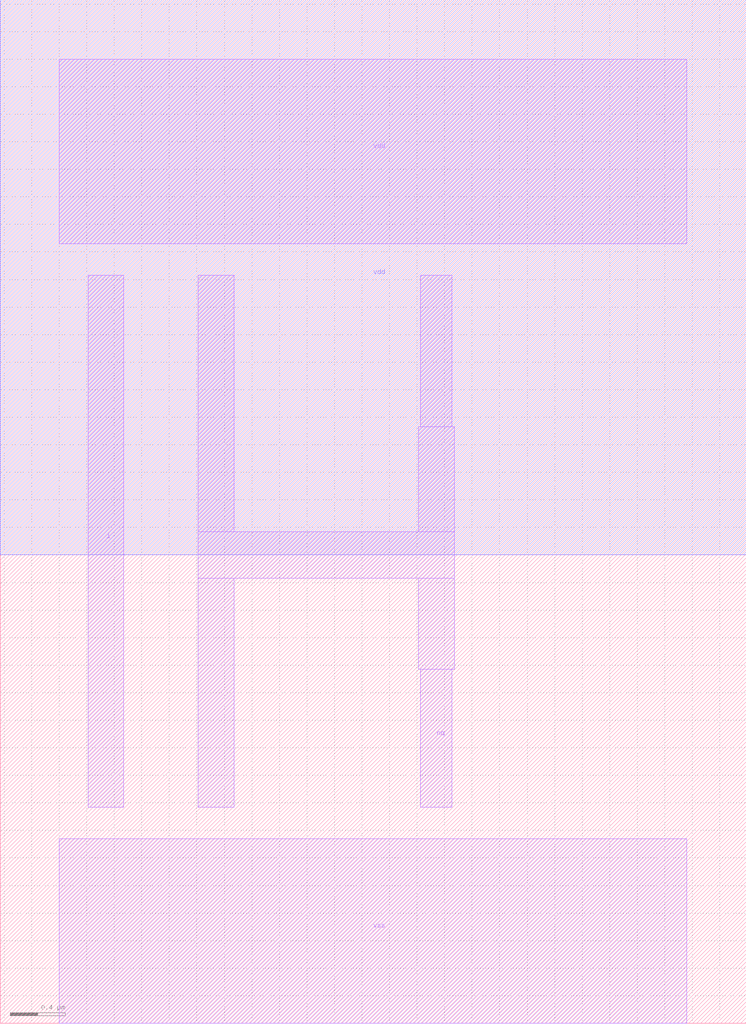
<source format=lef>
VERSION 5.7 ;
  NOWIREEXTENSIONATPIN ON ;
  DIVIDERCHAR "/" ;
  BUSBITCHARS "[]" ;
MACRO inv_x4
  CLASS BLOCK ;
  FOREIGN inv_x4 ;
  ORIGIN 0.430 0.000 ;
  SIZE 5.420 BY 7.430 ;
  PIN vss
    ANTENNADIFFAREA 4.165800 ;
    PORT
      LAYER Metal1 ;
        RECT 0.000 0.000 4.560 1.340 ;
    END
  END vss
  PIN vdd
    ANTENNADIFFAREA 4.445800 ;
    PORT
      LAYER Nwell ;
        RECT -0.430 3.400 4.990 7.430 ;
      LAYER Metal1 ;
        RECT 0.000 5.660 4.560 7.000 ;
    END
  END vdd
  PIN nq
    ANTENNADIFFAREA 4.108000 ;
    PORT
      LAYER Metal1 ;
        RECT 1.010 3.570 1.270 5.430 ;
        RECT 2.625 4.330 2.855 5.430 ;
        RECT 2.610 3.570 2.870 4.330 ;
        RECT 1.010 3.230 2.870 3.570 ;
        RECT 1.010 1.570 1.270 3.230 ;
        RECT 2.610 2.570 2.870 3.230 ;
        RECT 2.625 1.570 2.855 2.570 ;
    END
  END nq
  PIN i
    ANTENNAGATEAREA 4.424000 ;
    PORT
      LAYER Metal1 ;
        RECT 0.210 1.570 0.470 5.430 ;
    END
  END i
END inv_x4
END LIBRARY


</source>
